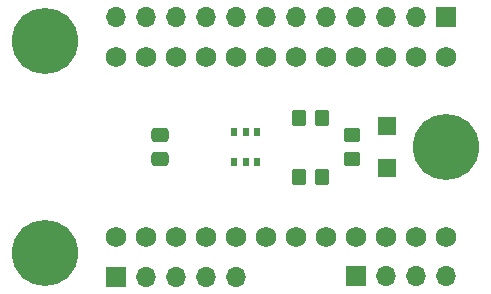
<source format=gts>
G04 #@! TF.GenerationSoftware,KiCad,Pcbnew,(6.0.10)*
G04 #@! TF.CreationDate,2023-05-08T16:14:21+03:00*
G04 #@! TF.ProjectId,trinteract,7472696e-7465-4726-9163-742e6b696361,rev?*
G04 #@! TF.SameCoordinates,Original*
G04 #@! TF.FileFunction,Soldermask,Top*
G04 #@! TF.FilePolarity,Negative*
%FSLAX46Y46*%
G04 Gerber Fmt 4.6, Leading zero omitted, Abs format (unit mm)*
G04 Created by KiCad (PCBNEW (6.0.10)) date 2023-05-08 16:14:21*
%MOMM*%
%LPD*%
G01*
G04 APERTURE LIST*
G04 Aperture macros list*
%AMRoundRect*
0 Rectangle with rounded corners*
0 $1 Rounding radius*
0 $2 $3 $4 $5 $6 $7 $8 $9 X,Y pos of 4 corners*
0 Add a 4 corners polygon primitive as box body*
4,1,4,$2,$3,$4,$5,$6,$7,$8,$9,$2,$3,0*
0 Add four circle primitives for the rounded corners*
1,1,$1+$1,$2,$3*
1,1,$1+$1,$4,$5*
1,1,$1+$1,$6,$7*
1,1,$1+$1,$8,$9*
0 Add four rect primitives between the rounded corners*
20,1,$1+$1,$2,$3,$4,$5,0*
20,1,$1+$1,$4,$5,$6,$7,0*
20,1,$1+$1,$6,$7,$8,$9,0*
20,1,$1+$1,$8,$9,$2,$3,0*%
G04 Aperture macros list end*
%ADD10R,1.600000X1.500000*%
%ADD11C,5.600000*%
%ADD12RoundRect,0.250000X0.350000X0.450000X-0.350000X0.450000X-0.350000X-0.450000X0.350000X-0.450000X0*%
%ADD13RoundRect,0.250000X-0.450000X0.350000X-0.450000X-0.350000X0.450000X-0.350000X0.450000X0.350000X0*%
%ADD14R,0.507200X0.794499*%
%ADD15RoundRect,0.250000X-0.475000X0.337500X-0.475000X-0.337500X0.475000X-0.337500X0.475000X0.337500X0*%
%ADD16C,1.752600*%
%ADD17R,1.700000X1.700000*%
%ADD18O,1.700000X1.700000*%
G04 APERTURE END LIST*
D10*
G04 #@! TO.C,D1*
X154000000Y-102750000D03*
X154000000Y-99250000D03*
G04 #@! TD*
D11*
G04 #@! TO.C,H3*
X159000000Y-101000000D03*
G04 #@! TD*
D12*
G04 #@! TO.C,R3*
X148500000Y-103500000D03*
X146500000Y-103500000D03*
G04 #@! TD*
D11*
G04 #@! TO.C,H1*
X125000000Y-92000000D03*
G04 #@! TD*
D12*
G04 #@! TO.C,R1*
X148500000Y-98500000D03*
X146500000Y-98500000D03*
G04 #@! TD*
D11*
G04 #@! TO.C,H2*
X125000000Y-110000000D03*
G04 #@! TD*
D13*
G04 #@! TO.C,R2*
X151000000Y-100000000D03*
X151000000Y-102000000D03*
G04 #@! TD*
D14*
G04 #@! TO.C,U1*
X141049999Y-102248151D03*
X142000000Y-102248151D03*
X142950001Y-102248151D03*
X142950001Y-99751849D03*
X142000000Y-99751849D03*
X141049999Y-99751849D03*
G04 #@! TD*
D15*
G04 #@! TO.C,C1*
X134765000Y-99962500D03*
X134765000Y-102037500D03*
G04 #@! TD*
D16*
G04 #@! TO.C,U2*
X158970000Y-108620000D03*
X156430000Y-108620000D03*
X153890000Y-108620000D03*
X151350000Y-108620000D03*
X148810000Y-108620000D03*
X146270000Y-108620000D03*
X143730000Y-108620000D03*
X141190000Y-108620000D03*
X138650000Y-108620000D03*
X136110000Y-108620000D03*
X133570000Y-108620000D03*
X131030000Y-108620000D03*
X131030000Y-93380000D03*
X133570000Y-93380000D03*
X136110000Y-93380000D03*
X138650000Y-93380000D03*
X141190000Y-93380000D03*
X143730000Y-93380000D03*
X146270000Y-93380000D03*
X148810000Y-93380000D03*
X151350000Y-93380000D03*
X153890000Y-93380000D03*
X156430000Y-93380000D03*
X158970000Y-93380000D03*
G04 #@! TD*
D17*
G04 #@! TO.C,J3*
X151370000Y-111955000D03*
D18*
X153910000Y-111955000D03*
X156450000Y-111955000D03*
X158990000Y-111955000D03*
G04 #@! TD*
D17*
G04 #@! TO.C,J1*
X159000000Y-90000000D03*
D18*
X156460000Y-90000000D03*
X153920000Y-90000000D03*
X151380000Y-90000000D03*
X148840000Y-90000000D03*
X146300000Y-90000000D03*
X143760000Y-90000000D03*
X141220000Y-90000000D03*
X138680000Y-90000000D03*
X136140000Y-90000000D03*
X133600000Y-90000000D03*
X131060000Y-90000000D03*
G04 #@! TD*
D17*
G04 #@! TO.C,J2*
X131025000Y-112000000D03*
D18*
X133565000Y-112000000D03*
X136105000Y-112000000D03*
X138645000Y-112000000D03*
X141185000Y-112000000D03*
G04 #@! TD*
M02*

</source>
